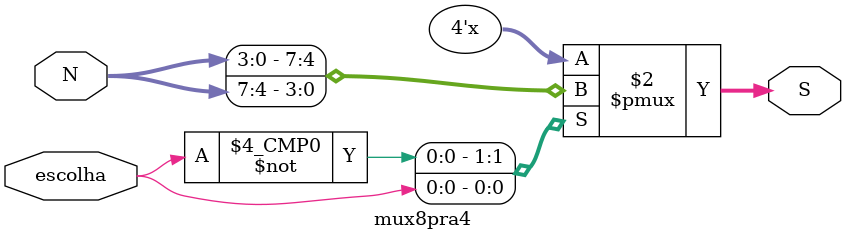
<source format=v>
module mux8pra4(N, escolha, S);
	input [7:0] N;
	input escolha;
	output reg [3:0] S;
	
	//S0 = N0 escolha' + N4 escolha
	//S1 = N1 escolha' + N5 escolha
	//S2 = N2 escolha' + N6 escolha
	//S3 = N3 escolha' + N7 escolha
	
//	wire EN;
//	not not1 (EN, escolha);
//	
//	// N0 escolha' + N4 escolha
//	// ============================= Saida S0 =================================
//	wire s00, s01;
//	and ands00 (s00, N[0], EN);
//	and ands01 (s01, N[4], escolha);
//	or ors00 (S[0], s00, s01);
//	
//	// N1 escolha' + N5 escolha
//	// ============================= Saida S1 =================================
//	wire s10, s11;
//	and ands10 (s10, N[1], EN);
//	and ands11 (s11, N[5], escolha);
//	or ors10 (S[1], s10, s11);
//	
//	// N2 escolha' + N6 escolha
//	// ============================= Saida S2 =================================
//	wire s20, s21;
//	and ands20 (s20, N[2], EN);
//	and ands21 (s21, N[6], escolha);
//	or ors20 (S[2], s20, s21);
//	
//	// N3 escolha' + N7 escolha
//	// ============================= Saida S1 =================================
//	wire s30, s31;
//	and ands30 (s30, N[3], EN);
//	and ands31 (s31, N[7], escolha);
//	or ors30 (S[3], s30, s31);
	
	
	always @* begin
		case (escolha)
			1'b0 : begin 
				S = N[3:0];
			end
			1'b1 : begin 
				S = N[7:4];
			end
		endcase 
	end
	

endmodule 
</source>
